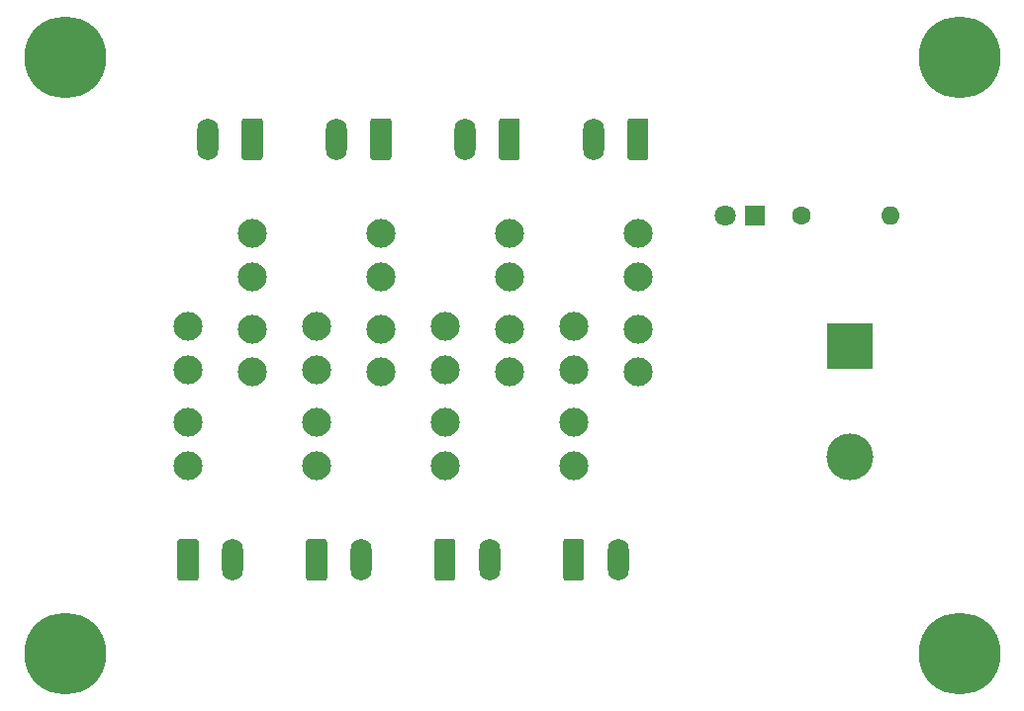
<source format=gbr>
%TF.GenerationSoftware,KiCad,Pcbnew,(5.1.9)-1*%
%TF.CreationDate,2021-03-29T00:07:03-04:00*%
%TF.ProjectId,Power_Distribution,506f7765-725f-4446-9973-747269627574,v1*%
%TF.SameCoordinates,Original*%
%TF.FileFunction,Soldermask,Bot*%
%TF.FilePolarity,Negative*%
%FSLAX46Y46*%
G04 Gerber Fmt 4.6, Leading zero omitted, Abs format (unit mm)*
G04 Created by KiCad (PCBNEW (5.1.9)-1) date 2021-03-29 00:07:03*
%MOMM*%
%LPD*%
G01*
G04 APERTURE LIST*
%ADD10C,2.475000*%
%ADD11O,1.600000X1.600000*%
%ADD12C,1.600000*%
%ADD13C,1.800000*%
%ADD14R,1.800000X1.800000*%
%ADD15O,1.800000X3.600000*%
%ADD16C,7.000000*%
%ADD17C,0.800000*%
%ADD18C,4.000000*%
%ADD19R,4.000000X4.000000*%
G04 APERTURE END LIST*
D10*
%TO.C,F8*%
X140500000Y-91050000D03*
X140500000Y-102950000D03*
X140500000Y-94750000D03*
X140500000Y-99250000D03*
%TD*%
%TO.C,F7*%
X135000000Y-110950000D03*
X135000000Y-99050000D03*
X135000000Y-107250000D03*
X135000000Y-102750000D03*
%TD*%
%TO.C,F6*%
X129500000Y-91050000D03*
X129500000Y-102950000D03*
X129500000Y-94750000D03*
X129500000Y-99250000D03*
%TD*%
%TO.C,F5*%
X124000000Y-110950000D03*
X124000000Y-99050000D03*
X124000000Y-107250000D03*
X124000000Y-102750000D03*
%TD*%
%TO.C,F4*%
X118500000Y-91050000D03*
X118500000Y-102950000D03*
X118500000Y-94750000D03*
X118500000Y-99250000D03*
%TD*%
%TO.C,F3*%
X113000000Y-110950000D03*
X113000000Y-99050000D03*
X113000000Y-107250000D03*
X113000000Y-102750000D03*
%TD*%
%TO.C,F2*%
X107500000Y-91050000D03*
X107500000Y-102950000D03*
X107500000Y-94750000D03*
X107500000Y-99250000D03*
%TD*%
%TO.C,F1*%
X102000000Y-110950000D03*
X102000000Y-99050000D03*
X102000000Y-107250000D03*
X102000000Y-102750000D03*
%TD*%
D11*
%TO.C,R1*%
X162120000Y-89500000D03*
D12*
X154500000Y-89500000D03*
%TD*%
D13*
%TO.C,D1*%
X147960000Y-89500000D03*
D14*
X150500000Y-89500000D03*
%TD*%
D15*
%TO.C,J8*%
X136690000Y-83000000D03*
G36*
G01*
X141400000Y-81450000D02*
X141400000Y-84550000D01*
G75*
G02*
X141150000Y-84800000I-250000J0D01*
G01*
X139850000Y-84800000D01*
G75*
G02*
X139600000Y-84550000I0J250000D01*
G01*
X139600000Y-81450000D01*
G75*
G02*
X139850000Y-81200000I250000J0D01*
G01*
X141150000Y-81200000D01*
G75*
G02*
X141400000Y-81450000I0J-250000D01*
G01*
G37*
%TD*%
%TO.C,J7*%
X138810000Y-119000000D03*
G36*
G01*
X134100000Y-120550000D02*
X134100000Y-117450000D01*
G75*
G02*
X134350000Y-117200000I250000J0D01*
G01*
X135650000Y-117200000D01*
G75*
G02*
X135900000Y-117450000I0J-250000D01*
G01*
X135900000Y-120550000D01*
G75*
G02*
X135650000Y-120800000I-250000J0D01*
G01*
X134350000Y-120800000D01*
G75*
G02*
X134100000Y-120550000I0J250000D01*
G01*
G37*
%TD*%
%TO.C,J6*%
X125690000Y-83000000D03*
G36*
G01*
X130400000Y-81450000D02*
X130400000Y-84550000D01*
G75*
G02*
X130150000Y-84800000I-250000J0D01*
G01*
X128850000Y-84800000D01*
G75*
G02*
X128600000Y-84550000I0J250000D01*
G01*
X128600000Y-81450000D01*
G75*
G02*
X128850000Y-81200000I250000J0D01*
G01*
X130150000Y-81200000D01*
G75*
G02*
X130400000Y-81450000I0J-250000D01*
G01*
G37*
%TD*%
%TO.C,J5*%
X127810000Y-119000000D03*
G36*
G01*
X123100000Y-120550000D02*
X123100000Y-117450000D01*
G75*
G02*
X123350000Y-117200000I250000J0D01*
G01*
X124650000Y-117200000D01*
G75*
G02*
X124900000Y-117450000I0J-250000D01*
G01*
X124900000Y-120550000D01*
G75*
G02*
X124650000Y-120800000I-250000J0D01*
G01*
X123350000Y-120800000D01*
G75*
G02*
X123100000Y-120550000I0J250000D01*
G01*
G37*
%TD*%
%TO.C,J4*%
X114690000Y-83000000D03*
G36*
G01*
X119400000Y-81450000D02*
X119400000Y-84550000D01*
G75*
G02*
X119150000Y-84800000I-250000J0D01*
G01*
X117850000Y-84800000D01*
G75*
G02*
X117600000Y-84550000I0J250000D01*
G01*
X117600000Y-81450000D01*
G75*
G02*
X117850000Y-81200000I250000J0D01*
G01*
X119150000Y-81200000D01*
G75*
G02*
X119400000Y-81450000I0J-250000D01*
G01*
G37*
%TD*%
%TO.C,J3*%
X116810000Y-119000000D03*
G36*
G01*
X112100000Y-120550000D02*
X112100000Y-117450000D01*
G75*
G02*
X112350000Y-117200000I250000J0D01*
G01*
X113650000Y-117200000D01*
G75*
G02*
X113900000Y-117450000I0J-250000D01*
G01*
X113900000Y-120550000D01*
G75*
G02*
X113650000Y-120800000I-250000J0D01*
G01*
X112350000Y-120800000D01*
G75*
G02*
X112100000Y-120550000I0J250000D01*
G01*
G37*
%TD*%
%TO.C,J2*%
X103690000Y-83000000D03*
G36*
G01*
X108400000Y-81450000D02*
X108400000Y-84550000D01*
G75*
G02*
X108150000Y-84800000I-250000J0D01*
G01*
X106850000Y-84800000D01*
G75*
G02*
X106600000Y-84550000I0J250000D01*
G01*
X106600000Y-81450000D01*
G75*
G02*
X106850000Y-81200000I250000J0D01*
G01*
X108150000Y-81200000D01*
G75*
G02*
X108400000Y-81450000I0J-250000D01*
G01*
G37*
%TD*%
%TO.C,J1*%
X105810000Y-119000000D03*
G36*
G01*
X101100000Y-120550000D02*
X101100000Y-117450000D01*
G75*
G02*
X101350000Y-117200000I250000J0D01*
G01*
X102650000Y-117200000D01*
G75*
G02*
X102900000Y-117450000I0J-250000D01*
G01*
X102900000Y-120550000D01*
G75*
G02*
X102650000Y-120800000I-250000J0D01*
G01*
X101350000Y-120800000D01*
G75*
G02*
X101100000Y-120550000I0J250000D01*
G01*
G37*
%TD*%
D16*
%TO.C,H1*%
X168000000Y-127000000D03*
D17*
X170625000Y-127000000D03*
X169856155Y-128856155D03*
X168000000Y-129625000D03*
X166143845Y-128856155D03*
X165375000Y-127000000D03*
X166143845Y-125143845D03*
X168000000Y-124375000D03*
X169856155Y-125143845D03*
%TD*%
D18*
%TO.C,TB1*%
X158600000Y-110200000D03*
D19*
X158600000Y-100700000D03*
%TD*%
D16*
%TO.C,H4*%
X91500000Y-76000000D03*
D17*
X94125000Y-76000000D03*
X93356155Y-77856155D03*
X91500000Y-78625000D03*
X89643845Y-77856155D03*
X88875000Y-76000000D03*
X89643845Y-74143845D03*
X91500000Y-73375000D03*
X93356155Y-74143845D03*
%TD*%
D16*
%TO.C,H3*%
X91500000Y-127000000D03*
D17*
X94125000Y-127000000D03*
X93356155Y-128856155D03*
X91500000Y-129625000D03*
X89643845Y-128856155D03*
X88875000Y-127000000D03*
X89643845Y-125143845D03*
X91500000Y-124375000D03*
X93356155Y-125143845D03*
%TD*%
D16*
%TO.C,H2*%
X168000000Y-76000000D03*
D17*
X170625000Y-76000000D03*
X169856155Y-77856155D03*
X168000000Y-78625000D03*
X166143845Y-77856155D03*
X165375000Y-76000000D03*
X166143845Y-74143845D03*
X168000000Y-73375000D03*
X169856155Y-74143845D03*
%TD*%
M02*

</source>
